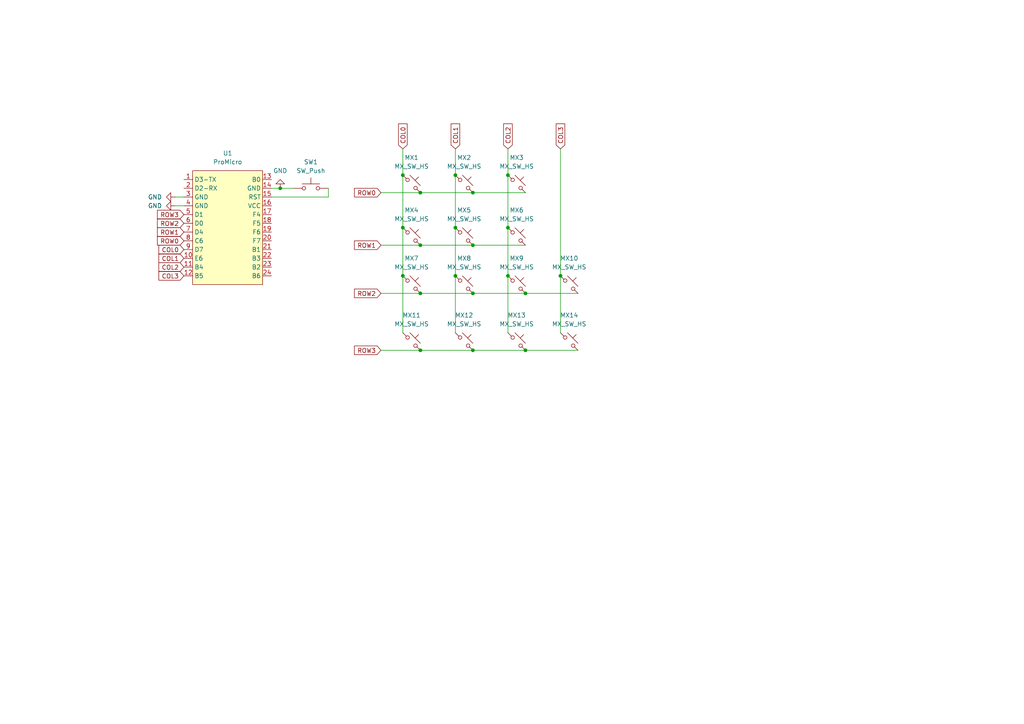
<source format=kicad_sch>
(kicad_sch (version 20230121) (generator eeschema)
  (paper "A4")
  (lib_symbols
    (symbol "Switch:SW_Push" (pin_numbers hide) (pin_names (offset 1.016) hide)
      (property "Reference" "SW" (at 1.27 2.54 0))
      (property "Value" "SW_Push" (at 0 -1.524 0))
      (symbol "SW_Push_0_1"
        (circle (center -2.032 0) (radius 0.508))
        (polyline (pts (xy 0 1.27) (xy 0 3.048)))
        (polyline (pts (xy 2.54 1.27) (xy -2.54 1.27)))
        (circle (center 2.032 0) (radius 0.508))
        (pin passive line (at -5.08 0 0) (length 2.54) (name "1") (number "1"))
        (pin passive line (at 5.08 0 180) (length 2.54) (name "2") (number "2"))
      )
    )
    (symbol "marbastlib-mx:MX_SW_HS" (pin_numbers hide) (pin_names (offset 1.016) hide)
      (property "Reference" "MX" (at 3.048 1.016 0))
      (property "Value" "MX_SW_HS" (at 0 -3.81 0))
      (symbol "MX_SW_HS_0_1"
        (circle (center -1.1684 1.1684) (radius 0.508))
        (polyline (pts (xy -0.508 2.54) (xy 2.54 -0.508)))
        (polyline (pts (xy 1.016 1.016) (xy 2.032 2.032)))
        (polyline (pts (xy -2.54 2.54) (xy -1.524 1.524) (xy -1.524 1.524)))
        (polyline (pts (xy 1.524 -1.524) (xy 2.54 -2.54) (xy 2.54 -2.54) (xy 2.54 -2.54)))
        (circle (center 1.143 -1.1938) (radius 0.508))
        (pin passive line (at -2.54 2.54 0) (length 0) (name "1") (number "1"))
        (pin passive line (at 2.54 -2.54 180) (length 0) (name "2") (number "2"))
      )
    )
    (symbol "marbastlib-promicroish:Arduino_ProMicro" (in_bom no)
      (property "Reference" "U" (at 0 20.32 0))
      (property "Value" "ProMicro" (at 0 17.78 0))
      (symbol "Arduino_ProMicro_0_0"
        (pin bidirectional line (at -12.7 13.97 0) (length 2.54) (name "D3-TX") (number "1"))
        (pin bidirectional line (at -12.7 -8.89 0) (length 2.54) (name "E6") (number "10"))
        (pin bidirectional line (at -12.7 -11.43 0) (length 2.54) (name "B4") (number "11"))
        (pin bidirectional line (at -12.7 -13.97 0) (length 2.54) (name "B5") (number "12"))
        (pin power_out line (at 12.7 11.43 180) (length 2.54) (name "GND") (number "14"))
        (pin bidirectional line (at 12.7 8.89 180) (length 2.54) (name "RST") (number "15"))
        (pin bidirectional line (at 12.7 3.81 180) (length 2.54) (name "F4") (number "17"))
        (pin bidirectional line (at 12.7 1.27 180) (length 2.54) (name "F5") (number "18"))
        (pin bidirectional line (at 12.7 -1.27 180) (length 2.54) (name "F6") (number "19"))
        (pin bidirectional line (at -12.7 11.43 0) (length 2.54) (name "D2-RX") (number "2"))
        (pin bidirectional line (at 12.7 -3.81 180) (length 2.54) (name "F7") (number "20"))
        (pin bidirectional line (at 12.7 -6.35 180) (length 2.54) (name "B1") (number "21"))
        (pin bidirectional line (at 12.7 -8.89 180) (length 2.54) (name "B3") (number "22"))
        (pin bidirectional line (at 12.7 -11.43 180) (length 2.54) (name "B2") (number "23"))
        (pin bidirectional line (at 12.7 -13.97 180) (length 2.54) (name "B6") (number "24"))
        (pin power_out line (at -12.7 8.89 0) (length 2.54) (name "GND") (number "3"))
        (pin power_out line (at -12.7 6.35 0) (length 2.54) (name "GND") (number "4"))
        (pin bidirectional line (at -12.7 3.81 0) (length 2.54) (name "D1") (number "5"))
        (pin bidirectional line (at -12.7 1.27 0) (length 2.54) (name "D0") (number "6"))
        (pin bidirectional line (at -12.7 -1.27 0) (length 2.54) (name "D4") (number "7"))
        (pin bidirectional line (at -12.7 -3.81 0) (length 2.54) (name "C6") (number "8"))
        (pin bidirectional line (at -12.7 -6.35 0) (length 2.54) (name "D7") (number "9"))
      )
      (symbol "Arduino_ProMicro_1_0"
        (pin bidirectional line (at 12.7 13.97 180) (length 2.54) (name "B0") (number "13"))
        (pin power_out line (at 12.7 6.35 180) (length 2.54) (name "VCC") (number "16"))
      )
      (symbol "Arduino_ProMicro_1_1"
        (rectangle (start -10.16 16.51) (end 10.16 -16.51) (fill (type background)))
      )
    )
    (symbol "power:GND" (power) (pin_names (offset 0))
      (property "Value" "GND" (at 0 -3.81 0))
      (symbol "GND_0_1"
        (polyline (pts (xy 0 0) (xy 0 -1.27) (xy 1.27 -1.27) (xy 0 -2.54) (xy -1.27 -1.27) (xy 0 -1.27)))
      )
      (symbol "GND_1_1"
        (pin power_in line (at 0 0 270) (length 0) hide (name "GND") (number "1"))
      )
    )
  )
  (junction (at 121.92 85.09))
  (junction (at 152.4 101.6))
  (junction (at 147.32 80.01))
  (junction (at 132.08 80.01))
  (junction (at 137.16 71.12))
  (junction (at 116.84 80.01))
  (junction (at 121.92 55.88))
  (junction (at 116.84 66.04))
  (junction (at 147.32 66.04))
  (junction (at 137.16 85.09))
  (junction (at 137.16 101.6))
  (junction (at 152.4 85.09))
  (junction (at 137.16 55.88))
  (junction (at 162.56 80.01))
  (junction (at 81.28 54.61))
  (junction (at 121.92 101.6))
  (junction (at 147.32 50.8))
  (junction (at 132.08 50.8))
  (junction (at 116.84 50.8))
  (junction (at 132.08 66.04))
  (junction (at 121.92 71.12))
  (wire (pts (xy 147.32 43.18) (xy 147.32 50.8)))
  (wire (pts (xy 132.08 43.18) (xy 132.08 50.8)))
  (wire (pts (xy 137.16 85.09) (xy 152.4 85.09)))
  (wire (pts (xy 50.8 59.69) (xy 53.34 59.69)))
  (wire (pts (xy 132.08 50.8) (xy 132.08 66.04)))
  (wire (pts (xy 152.4 101.6) (xy 167.64 101.6)))
  (wire (pts (xy 116.84 66.04) (xy 116.84 80.01)))
  (wire (pts (xy 50.8 57.15) (xy 53.34 57.15)))
  (wire (pts (xy 147.32 50.8) (xy 147.32 66.04)))
  (wire (pts (xy 132.08 66.04) (xy 132.08 80.01)))
  (wire (pts (xy 78.74 57.15) (xy 95.25 57.15)))
  (wire (pts (xy 116.84 43.18) (xy 116.84 50.8)))
  (wire (pts (xy 78.74 54.61) (xy 81.28 54.61)))
  (wire (pts (xy 132.08 80.01) (xy 132.08 96.52)))
  (wire (pts (xy 95.25 54.61) (xy 95.25 57.15)))
  (wire (pts (xy 81.28 54.61) (xy 85.09 54.61)))
  (wire (pts (xy 121.92 55.88) (xy 137.16 55.88)))
  (wire (pts (xy 121.92 85.09) (xy 137.16 85.09)))
  (wire (pts (xy 137.16 101.6) (xy 152.4 101.6)))
  (wire (pts (xy 147.32 80.01) (xy 147.32 96.52)))
  (wire (pts (xy 162.56 80.01) (xy 162.56 96.52)))
  (wire (pts (xy 110.49 71.12) (xy 121.92 71.12)))
  (wire (pts (xy 110.49 85.09) (xy 121.92 85.09)))
  (wire (pts (xy 137.16 71.12) (xy 152.4 71.12)))
  (wire (pts (xy 110.49 101.6) (xy 121.92 101.6)))
  (wire (pts (xy 137.16 55.88) (xy 152.4 55.88)))
  (wire (pts (xy 110.49 55.88) (xy 121.92 55.88)))
  (wire (pts (xy 152.4 85.09) (xy 167.64 85.09)))
  (wire (pts (xy 116.84 50.8) (xy 116.84 66.04)))
  (wire (pts (xy 147.32 66.04) (xy 147.32 80.01)))
  (wire (pts (xy 162.56 43.18) (xy 162.56 80.01)))
  (wire (pts (xy 116.84 80.01) (xy 116.84 96.52)))
  (wire (pts (xy 121.92 101.6) (xy 137.16 101.6)))
  (wire (pts (xy 121.92 71.12) (xy 137.16 71.12)))
  (global_label "ROW2" (shape input) (at 53.34 64.77 180) (property "Intersheetrefs" "${INTERSHEET_REFS}" (effects hide)))
  (global_label "COL1" (shape input) (at 53.34 74.93 180) (property "Intersheetrefs" "${INTERSHEET_REFS}" (effects hide)))
  (global_label "COL0" (shape input) (at 53.34 72.39 180) (property "Intersheetrefs" "${INTERSHEET_REFS}" (effects hide)))
  (global_label "COL3" (shape input) (at 162.56 43.18 90) (property "Intersheetrefs" "${INTERSHEET_REFS}" (effects hide)))
  (global_label "ROW0" (shape input) (at 110.49 55.88 180) (property "Intersheetrefs" "${INTERSHEET_REFS}" (effects hide)))
  (global_label "ROW2" (shape input) (at 110.49 85.09 180) (property "Intersheetrefs" "${INTERSHEET_REFS}" (effects hide)))
  (global_label "ROW0" (shape input) (at 53.34 69.85 180) (property "Intersheetrefs" "${INTERSHEET_REFS}" (effects hide)))
  (global_label "COL2" (shape input) (at 53.34 77.47 180) (property "Intersheetrefs" "${INTERSHEET_REFS}" (effects hide)))
  (global_label "COL2" (shape input) (at 147.32 43.18 90) (property "Intersheetrefs" "${INTERSHEET_REFS}" (effects hide)))
  (global_label "COL3" (shape input) (at 53.34 80.01 180) (property "Intersheetrefs" "${INTERSHEET_REFS}" (effects hide)))
  (global_label "ROW3" (shape input) (at 53.34 62.23 180) (property "Intersheetrefs" "${INTERSHEET_REFS}" (effects hide)))
  (global_label "ROW1" (shape input) (at 53.34 67.31 180) (property "Intersheetrefs" "${INTERSHEET_REFS}" (effects hide)))
  (global_label "COL0" (shape input) (at 116.84 43.18 90) (property "Intersheetrefs" "${INTERSHEET_REFS}" (effects hide)))
  (global_label "ROW1" (shape input) (at 110.49 71.12 180) (property "Intersheetrefs" "${INTERSHEET_REFS}" (effects hide)))
  (global_label "ROW3" (shape input) (at 110.49 101.6 180) (property "Intersheetrefs" "${INTERSHEET_REFS}" (effects hide)))
  (global_label "COL1" (shape input) (at 132.08 43.18 90) (property "Intersheetrefs" "${INTERSHEET_REFS}" (effects hide)))
  (symbol (lib_id "power:GND") (at 50.8 59.69 270) (unit 1)
    (property "Reference" "#PWR02" (effects hide))
    (property "Value" "GND" (at 46.99 59.69 90) (effects (justify right)))
  )
  (symbol (lib_id "marbastlib-mx:MX_SW_HS") (at 134.62 53.34 0) (unit 1)
    (property "Reference" "MX2" (at 134.62 45.72 0))
    (property "Value" "MX_SW_HS" (at 134.62 48.26 0))
    (property "Footprint" "PCM_marbastlib-mx:SW_MX_HS_1u" (effects hide))
  )
  (symbol (lib_id "marbastlib-promicroish:Arduino_ProMicro") (at 66.04 66.04 0) (unit 1) (in_bom no)
    (property "Reference" "U1" (at 66.04 44.45 0))
    (property "Value" "ProMicro" (at 66.04 46.99 0))
    (property "Footprint" "PCM_marbastlib-xp-promicroish:ProMicro_USBup" (effects hide))
  )
  (symbol (lib_id "marbastlib-mx:MX_SW_HS") (at 134.62 68.58 0) (unit 1)
    (property "Reference" "MX5" (at 134.62 60.96 0))
    (property "Value" "MX_SW_HS" (at 134.62 63.5 0))
    (property "Footprint" "PCM_marbastlib-mx:SW_MX_HS_1u" (effects hide))
  )
  (symbol (lib_id "marbastlib-mx:MX_SW_HS") (at 165.1 82.55 0) (unit 1)
    (property "Reference" "MX10" (at 165.1 74.93 0))
    (property "Value" "MX_SW_HS" (at 165.1 77.47 0))
    (property "Footprint" "PCM_marbastlib-mx:SW_MX_HS_1u" (effects hide))
  )
  (symbol (lib_id "marbastlib-mx:MX_SW_HS") (at 165.1 99.06 0) (unit 1)
    (property "Reference" "MX14" (at 165.1 91.44 0))
    (property "Value" "MX_SW_HS" (at 165.1 93.98 0))
    (property "Footprint" "PCM_marbastlib-mx:SW_MX_HS_1u" (effects hide))
  )
  (symbol (lib_id "marbastlib-mx:MX_SW_HS") (at 134.62 99.06 0) (unit 1)
    (property "Reference" "MX12" (at 134.62 91.44 0))
    (property "Value" "MX_SW_HS" (at 134.62 93.98 0))
    (property "Footprint" "PCM_marbastlib-mx:SW_MX_HS_1u" (effects hide))
  )
  (symbol (lib_id "marbastlib-mx:MX_SW_HS") (at 149.86 99.06 0) (unit 1)
    (property "Reference" "MX13" (at 149.86 91.44 0))
    (property "Value" "MX_SW_HS" (at 149.86 93.98 0))
    (property "Footprint" "PCM_marbastlib-mx:SW_MX_HS_1u" (effects hide))
  )
  (symbol (lib_id "marbastlib-mx:MX_SW_HS") (at 134.62 82.55 0) (unit 1)
    (property "Reference" "MX8" (at 134.62 74.93 0))
    (property "Value" "MX_SW_HS" (at 134.62 77.47 0))
    (property "Footprint" "PCM_marbastlib-mx:SW_MX_HS_1u" (effects hide))
  )
  (symbol (lib_id "power:GND") (at 81.28 54.61 180) (unit 1)
    (property "Reference" "#PWR03" (effects hide))
    (property "Value" "GND" (at 81.28 49.53 0))
  )
  (symbol (lib_id "marbastlib-mx:MX_SW_HS") (at 119.38 99.06 0) (unit 1)
    (property "Reference" "MX11" (at 119.38 91.44 0))
    (property "Value" "MX_SW_HS" (at 119.38 93.98 0))
    (property "Footprint" "PCM_marbastlib-mx:SW_MX_HS_1u" (effects hide))
  )
  (symbol (lib_id "Switch:SW_Push") (at 90.17 54.61 0) (unit 1)
    (property "Reference" "SW1" (at 90.17 46.99 0))
    (property "Value" "SW_Push" (at 90.17 49.53 0))
  )
  (symbol (lib_id "marbastlib-mx:MX_SW_HS") (at 149.86 68.58 0) (unit 1)
    (property "Reference" "MX6" (at 149.86 60.96 0))
    (property "Value" "MX_SW_HS" (at 149.86 63.5 0))
    (property "Footprint" "PCM_marbastlib-mx:SW_MX_HS_1u" (effects hide))
  )
  (symbol (lib_id "marbastlib-mx:MX_SW_HS") (at 149.86 82.55 0) (unit 1)
    (property "Reference" "MX9" (at 149.86 74.93 0))
    (property "Value" "MX_SW_HS" (at 149.86 77.47 0))
    (property "Footprint" "PCM_marbastlib-mx:SW_MX_HS_1u" (effects hide))
  )
  (symbol (lib_id "marbastlib-mx:MX_SW_HS") (at 119.38 82.55 0) (unit 1)
    (property "Reference" "MX7" (at 119.38 74.93 0))
    (property "Value" "MX_SW_HS" (at 119.38 77.47 0))
    (property "Footprint" "PCM_marbastlib-mx:SW_MX_HS_1u" (effects hide))
  )
  (symbol (lib_id "marbastlib-mx:MX_SW_HS") (at 119.38 68.58 0) (unit 1)
    (property "Reference" "MX4" (at 119.38 60.96 0))
    (property "Value" "MX_SW_HS" (at 119.38 63.5 0))
    (property "Footprint" "PCM_marbastlib-mx:SW_MX_HS_1u" (effects hide))
  )
  (symbol (lib_id "marbastlib-mx:MX_SW_HS") (at 119.38 53.34 0) (unit 1)
    (property "Reference" "MX1" (at 119.38 45.72 0))
    (property "Value" "MX_SW_HS" (at 119.38 48.26 0))
    (property "Footprint" "PCM_marbastlib-mx:SW_MX_HS_1u" (effects hide))
  )
  (symbol (lib_id "power:GND") (at 50.8 57.15 270) (unit 1)
    (property "Reference" "#PWR01" (effects hide))
    (property "Value" "GND" (at 46.99 57.15 90) (effects (justify right)))
  )
  (symbol (lib_id "marbastlib-mx:MX_SW_HS") (at 149.86 53.34 0) (unit 1)
    (property "Reference" "MX3" (at 149.86 45.72 0))
    (property "Value" "MX_SW_HS" (at 149.86 48.26 0))
    (property "Footprint" "PCM_marbastlib-mx:SW_MX_HS_1u" (effects hide))
  )
)
</source>
